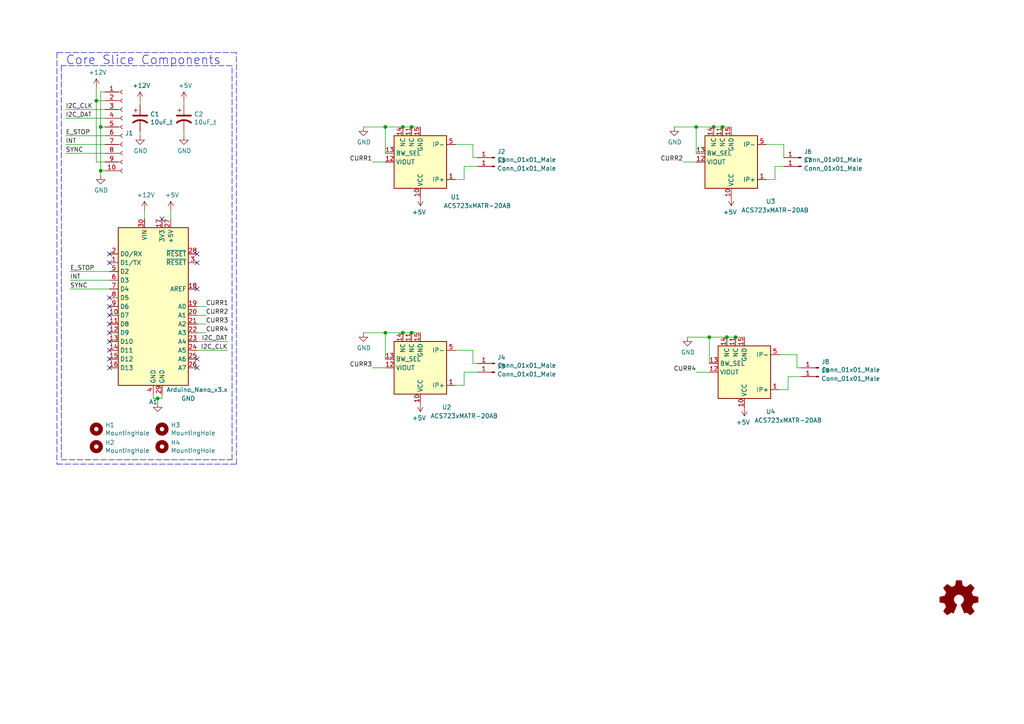
<source format=kicad_sch>
(kicad_sch (version 20231120) (generator "eeschema") (generator_version "8.0")
  (paper "A4")
  (lib_symbols
    (symbol "BREAD_Slice-rescue:10uF_t-OCI_UPL_2_Capacitors" (pin_numbers hide) (pin_names (offset 0.254) hide)
      (property "Reference" "C" (at 0.635 2.54 0))
      (property "Value" "10uF_t-OCI_UPL_2_Capacitors" (at 0.635 -2.54 0))
      (symbol "10uF_t-OCI_UPL_2_Capacitors_0_1"
        (polyline (pts (xy -2.032 0.762) (xy 2.032 0.762)) (stroke (width 0.508)))
        (polyline (pts (xy -1.778 2.286) (xy -0.762 2.286)))
        (polyline (pts (xy -1.27 1.778) (xy -1.27 2.794)))
        (arc (start 2.032 -1.27) (mid 0 -0.5572) (end -2.032 -1.27) (stroke (width 0.508)))
      )
      (symbol "10uF_t-OCI_UPL_2_Capacitors_1_1"
        (pin passive line (at 0 3.81 270) (length 2.794) (name "~") (number "1"))
        (pin passive line (at 0 -3.81 90) (length 3.302) (name "~") (number "2"))
      )
    )
    (symbol "Connector:Conn_01x01_Male" (pin_names (offset 1.016) hide)
      (property "Reference" "J" (at 0 2.54 0))
      (property "Value" "Conn_01x01_Male" (at 0 -2.54 0))
      (symbol "Conn_01x01_Male_1_1"
        (polyline (pts (xy 1.27 0) (xy 0.8636 0)) (stroke (width 0.1524)))
        (rectangle (start 0.8636 0.127) (end 0 -0.127) (stroke (width 0.1524)) (fill (type outline)))
        (pin passive line (at 5.08 0 180) (length 3.81) (name "Pin_1") (number "1"))
      )
    )
    (symbol "Connector:Conn_01x10_Female" (pin_names (offset 1.016) hide)
      (property "Reference" "J" (at 0 12.7 0))
      (property "Value" "Conn_01x10_Female" (at 0 -15.24 0))
      (symbol "Conn_01x10_Female_1_1"
        (arc (start 0 -12.192) (mid -0.5058 -12.7) (end 0 -13.208) (stroke (width 0.1524)))
        (arc (start 0 -9.652) (mid -0.5058 -10.16) (end 0 -10.668) (stroke (width 0.1524)))
        (arc (start 0 -7.112) (mid -0.5058 -7.62) (end 0 -8.128) (stroke (width 0.1524)))
        (arc (start 0 -4.572) (mid -0.5058 -5.08) (end 0 -5.588) (stroke (width 0.1524)))
        (arc (start 0 -2.032) (mid -0.5058 -2.54) (end 0 -3.048) (stroke (width 0.1524)))
        (polyline (pts (xy -1.27 -12.7) (xy -0.508 -12.7)) (stroke (width 0.1524)))
        (polyline (pts (xy -1.27 -10.16) (xy -0.508 -10.16)) (stroke (width 0.1524)))
        (polyline (pts (xy -1.27 -7.62) (xy -0.508 -7.62)) (stroke (width 0.1524)))
        (polyline (pts (xy -1.27 -5.08) (xy -0.508 -5.08)) (stroke (width 0.1524)))
        (polyline (pts (xy -1.27 -2.54) (xy -0.508 -2.54)) (stroke (width 0.1524)))
        (polyline (pts (xy -1.27 0) (xy -0.508 0)) (stroke (width 0.1524)))
        (polyline (pts (xy -1.27 2.54) (xy -0.508 2.54)) (stroke (width 0.1524)))
        (polyline (pts (xy -1.27 5.08) (xy -0.508 5.08)) (stroke (width 0.1524)))
        (polyline (pts (xy -1.27 7.62) (xy -0.508 7.62)) (stroke (width 0.1524)))
        (polyline (pts (xy -1.27 10.16) (xy -0.508 10.16)) (stroke (width 0.1524)))
        (arc (start 0 0.508) (mid -0.5058 0) (end 0 -0.508) (stroke (width 0.1524)))
        (arc (start 0 3.048) (mid -0.5058 2.54) (end 0 2.032) (stroke (width 0.1524)))
        (arc (start 0 5.588) (mid -0.5058 5.08) (end 0 4.572) (stroke (width 0.1524)))
        (arc (start 0 8.128) (mid -0.5058 7.62) (end 0 7.112) (stroke (width 0.1524)))
        (arc (start 0 10.668) (mid -0.5058 10.16) (end 0 9.652) (stroke (width 0.1524)))
        (pin passive line (at -5.08 10.16 0) (length 3.81) (name "Pin_1") (number "1"))
        (pin passive line (at -5.08 -12.7 0) (length 3.81) (name "Pin_10") (number "10"))
        (pin passive line (at -5.08 7.62 0) (length 3.81) (name "Pin_2") (number "2"))
        (pin passive line (at -5.08 5.08 0) (length 3.81) (name "Pin_3") (number "3"))
        (pin passive line (at -5.08 2.54 0) (length 3.81) (name "Pin_4") (number "4"))
        (pin passive line (at -5.08 0 0) (length 3.81) (name "Pin_5") (number "5"))
        (pin passive line (at -5.08 -2.54 0) (length 3.81) (name "Pin_6") (number "6"))
        (pin passive line (at -5.08 -5.08 0) (length 3.81) (name "Pin_7") (number "7"))
        (pin passive line (at -5.08 -7.62 0) (length 3.81) (name "Pin_8") (number "8"))
        (pin passive line (at -5.08 -10.16 0) (length 3.81) (name "Pin_9") (number "9"))
      )
    )
    (symbol "Graphic:Logo_Open_Hardware_Small" (pin_names (offset 1.016))
      (symbol "Logo_Open_Hardware_Small_0_1"
        (polyline (pts (xy 3.3528 -4.3434) (xy 3.302 -4.318) (xy 3.175 -4.2418) (xy 2.9972 -4.1148) (xy 2.7686 -3.9624) (xy 2.54 -3.81) (xy 2.3622 -3.7084) (xy 2.2352 -3.6068) (xy 2.1844 -3.5814) (xy 2.159 -3.6068) (xy 2.0574 -3.6576) (xy 1.905 -3.7338) (xy 1.8034 -3.7846) (xy 1.6764 -3.8354) (xy 1.6002 -3.8354) (xy 1.6002 -3.8354) (xy 1.5494 -3.7338) (xy 1.4732 -3.5306) (xy 1.3462 -3.302) (xy 1.2446 -3.0226) (xy 1.1176 -2.7178) (xy 0.9652 -2.413) (xy 0.8636 -2.1082) (xy 0.7366 -1.8288) (xy 0.6604 -1.6256) (xy 0.6096 -1.4732) (xy 0.5842 -1.397) (xy 0.5842 -1.397) (xy 0.6604 -1.3208) (xy 0.7874 -1.2446) (xy 1.0414 -1.016) (xy 1.2954 -0.6858) (xy 1.4478 -0.3302) (xy 1.524 0.0762) (xy 1.4732 0.4572) (xy 1.3208 0.8128) (xy 1.0668 1.143) (xy 0.762 1.3716) (xy 0.4064 1.524) (xy 0 1.5748) (xy -0.381 1.5494) (xy -0.7366 1.397) (xy -1.0668 1.143) (xy -1.2192 0.9906) (xy -1.397 0.6604) (xy -1.524 0.3048) (xy -1.524 0.2286) (xy -1.4986 -0.1778) (xy -1.397 -0.5334) (xy -1.1938 -0.8636) (xy -0.9144 -1.143) (xy -0.8636 -1.1684) (xy -0.7366 -1.27) (xy -0.635 -1.3462) (xy -0.5842 -1.397) (xy -1.0668 -2.5908) (xy -1.143 -2.794) (xy -1.2954 -3.1242) (xy -1.397 -3.4036) (xy -1.4986 -3.6322) (xy -1.5748 -3.7846) (xy -1.6002 -3.8354) (xy -1.6002 -3.8354) (xy -1.651 -3.8354) (xy -1.7272 -3.81) (xy -1.905 -3.7338) (xy -2.0066 -3.683) (xy -2.1336 -3.6068) (xy -2.2098 -3.5814) (xy -2.2606 -3.6068) (xy -2.3622 -3.683) (xy -2.54 -3.81) (xy -2.7686 -3.9624) (xy -2.9718 -4.0894) (xy -3.1496 -4.2164) (xy -3.302 -4.318) (xy -3.3528 -4.3434) (xy -3.3782 -4.3434) (xy -3.429 -4.318) (xy -3.5306 -4.2164) (xy -3.7084 -4.064) (xy -3.937 -3.8354) (xy -3.9624 -3.81) (xy -4.1656 -3.6068) (xy -4.318 -3.4544) (xy -4.4196 -3.3274) (xy -4.445 -3.2766) (xy -4.445 -3.2766) (xy -4.4196 -3.2258) (xy -4.318 -3.0734) (xy -4.2164 -2.8956) (xy -4.064 -2.667) (xy -3.6576 -2.0828) (xy -3.8862 -1.5494) (xy -3.937 -1.3716) (xy -4.0386 -1.1684) (xy -4.0894 -1.0414) (xy -4.1148 -0.9652) (xy -4.191 -0.9398) (xy -4.318 -0.9144) (xy -4.5466 -0.8636) (xy -4.8006 -0.8128) (xy -5.0546 -0.7874) (xy -5.2578 -0.7366) (xy -5.4356 -0.7112) (xy -5.5118 -0.6858) (xy -5.5118 -0.6858) (xy -5.5372 -0.635) (xy -5.5372 -0.5588) (xy -5.5372 -0.4318) (xy -5.5626 -0.2286) (xy -5.5626 0.0762) (xy -5.5626 0.127) (xy -5.5372 0.4064) (xy -5.5372 0.635) (xy -5.5372 0.762) (xy -5.5372 0.8382) (xy -5.5372 0.8382) (xy -5.461 0.8382) (xy -5.3086 0.889) (xy -5.08 0.9144) (xy -4.826 0.9652) (xy -4.8006 0.9906) (xy -4.5466 1.0414) (xy -4.318 1.0668) (xy -4.1656 1.1176) (xy -4.0894 1.143) (xy -4.0894 1.143) (xy -4.0386 1.2446) (xy -3.9624 1.4224) (xy -3.8608 1.6256) (xy -3.7846 1.8288) (xy -3.7084 2.0066) (xy -3.6576 2.159) (xy -3.6322 2.2098) (xy -3.6322 2.2098) (xy -3.683 2.286) (xy -3.7592 2.413) (xy -3.8862 2.5908) (xy -4.064 2.8194) (xy -4.064 2.8448) (xy -4.2164 3.0734) (xy -4.3434 3.2512) (xy -4.4196 3.3782) (xy -4.445 3.4544) (xy -4.445 3.4544) (xy -4.3942 3.5052) (xy -4.2926 3.6322) (xy -4.1148 3.81) (xy -3.937 4.0132) (xy -3.8608 4.064) (xy -3.6576 4.2926) (xy -3.5052 4.4196) (xy -3.4036 4.4958) (xy -3.3528 4.5212) (xy -3.3528 4.5212) (xy -3.302 4.4704) (xy -3.1496 4.3688) (xy -2.9718 4.2418) (xy -2.7432 4.0894) (xy -2.7178 4.0894) (xy -2.4892 3.937) (xy -2.3114 3.81) (xy -2.1844 3.7084) (xy -2.1336 3.683) (xy -2.1082 3.683) (xy -2.032 3.7084) (xy -1.8542 3.7592) (xy -1.6764 3.8354) (xy -1.4732 3.937) (xy -1.27 4.0132) (xy -1.143 4.064) (xy -1.0668 4.1148) (xy -1.0668 4.1148) (xy -1.0414 4.191) (xy -1.016 4.3434) (xy -0.9652 4.572) (xy -0.9144 4.8514) (xy -0.889 4.9022) (xy -0.8382 5.1562) (xy -0.8128 5.3848) (xy -0.7874 5.5372) (xy -0.762 5.588) (xy -0.7112 5.6134) (xy -0.5842 5.6134) (xy -0.4064 5.6134) (xy -0.1524 5.6134) (xy 0.0762 5.6134) (xy 0.3302 5.6134) (xy 0.5334 5.6134) (xy 0.6858 5.588) (xy 0.7366 5.588) (xy 0.7366 5.588) (xy 0.762 5.5118) (xy 0.8128 5.334) (xy 0.8382 5.1054) (xy 0.9144 4.826) (xy 0.9144 4.7752) (xy 0.9652 4.5212) (xy 1.016 4.2926) (xy 1.0414 4.1402) (xy 1.0668 4.0894) (xy 1.0668 4.0894) (xy 1.1938 4.0386) (xy 1.3716 3.9624) (xy 1.5748 3.8608) (xy 2.0828 3.6576) (xy 2.7178 4.0894) (xy 2.7686 4.1402) (xy 2.9972 4.2926) (xy 3.175 4.4196) (xy 3.302 4.4958) (xy 3.3782 4.5212) (xy 3.3782 4.5212) (xy 3.429 4.4704) (xy 3.556 4.3434) (xy 3.7338 4.191) (xy 3.9116 3.9878) (xy 4.064 3.8354) (xy 4.2418 3.6576) (xy 4.3434 3.556) (xy 4.4196 3.4798) (xy 4.4196 3.429) (xy 4.4196 3.4036) (xy 4.3942 3.3274) (xy 4.2926 3.2004) (xy 4.1656 2.9972) (xy 4.0132 2.794) (xy 3.8862 2.5908) (xy 3.7592 2.3876) (xy 3.6576 2.2352) (xy 3.6322 2.159) (xy 3.6322 2.1336) (xy 3.683 2.0066) (xy 3.7592 1.8288) (xy 3.8608 1.6002) (xy 4.064 1.1176) (xy 4.3942 1.0414) (xy 4.5974 1.016) (xy 4.8768 0.9652) (xy 5.1308 0.9144) (xy 5.5372 0.8382) (xy 5.5626 -0.6604) (xy 5.4864 -0.6858) (xy 5.4356 -0.6858) (xy 5.2832 -0.7366) (xy 5.0546 -0.762) (xy 4.8006 -0.8128) (xy 4.5974 -0.8636) (xy 4.3688 -0.9144) (xy 4.2164 -0.9398) (xy 4.1402 -0.9398) (xy 4.1148 -0.9652) (xy 4.064 -1.0668) (xy 3.9878 -1.2446) (xy 3.9116 -1.4478) (xy 3.81 -1.651) (xy 3.7338 -1.8542) (xy 3.683 -2.0066) (xy 3.6576 -2.0828) (xy 3.683 -2.1336) (xy 3.7846 -2.2606) (xy 3.8862 -2.4638) (xy 4.0386 -2.667) (xy 4.191 -2.8956) (xy 4.318 -3.0734) (xy 4.3942 -3.2004) (xy 4.445 -3.2766) (xy 4.4196 -3.3274) (xy 4.3434 -3.429) (xy 4.1656 -3.5814) (xy 3.937 -3.8354) (xy 3.8862 -3.8608) (xy 3.683 -4.064) (xy 3.5306 -4.2164) (xy 3.4036 -4.318) (xy 3.3528 -4.3434)) (fill (type outline)))
      )
    )
    (symbol "MCU_Module:Arduino_Nano_v3.x"
      (property "Reference" "A" (at -10.16 23.495 0))
      (property "Value" "Arduino_Nano_v3.x" (at 5.08 -24.13 0))
      (symbol "Arduino_Nano_v3.x_0_1"
        (rectangle (start -10.16 22.86) (end 10.16 -22.86) (stroke (width 0.254)) (fill (type background)))
      )
      (symbol "Arduino_Nano_v3.x_1_1"
        (pin bidirectional line (at -12.7 12.7 0) (length 2.54) (name "D1/TX") (number "1"))
        (pin bidirectional line (at -12.7 -2.54 0) (length 2.54) (name "D7") (number "10"))
        (pin bidirectional line (at -12.7 -5.08 0) (length 2.54) (name "D8") (number "11"))
        (pin bidirectional line (at -12.7 -7.62 0) (length 2.54) (name "D9") (number "12"))
        (pin bidirectional line (at -12.7 -10.16 0) (length 2.54) (name "D10") (number "13"))
        (pin bidirectional line (at -12.7 -12.7 0) (length 2.54) (name "D11") (number "14"))
        (pin bidirectional line (at -12.7 -15.24 0) (length 2.54) (name "D12") (number "15"))
        (pin bidirectional line (at -12.7 -17.78 0) (length 2.54) (name "D13") (number "16"))
        (pin power_out line (at 2.54 25.4 270) (length 2.54) (name "3V3") (number "17"))
        (pin input line (at 12.7 5.08 180) (length 2.54) (name "AREF") (number "18"))
        (pin bidirectional line (at 12.7 0 180) (length 2.54) (name "A0") (number "19"))
        (pin bidirectional line (at -12.7 15.24 0) (length 2.54) (name "D0/RX") (number "2"))
        (pin bidirectional line (at 12.7 -2.54 180) (length 2.54) (name "A1") (number "20"))
        (pin bidirectional line (at 12.7 -5.08 180) (length 2.54) (name "A2") (number "21"))
        (pin bidirectional line (at 12.7 -7.62 180) (length 2.54) (name "A3") (number "22"))
        (pin bidirectional line (at 12.7 -10.16 180) (length 2.54) (name "A4") (number "23"))
        (pin bidirectional line (at 12.7 -12.7 180) (length 2.54) (name "A5") (number "24"))
        (pin bidirectional line (at 12.7 -15.24 180) (length 2.54) (name "A6") (number "25"))
        (pin bidirectional line (at 12.7 -17.78 180) (length 2.54) (name "A7") (number "26"))
        (pin power_out line (at 5.08 25.4 270) (length 2.54) (name "+5V") (number "27"))
        (pin input line (at 12.7 15.24 180) (length 2.54) (name "~{RESET}") (number "28"))
        (pin power_in line (at 2.54 -25.4 90) (length 2.54) (name "GND") (number "29"))
        (pin input line (at 12.7 12.7 180) (length 2.54) (name "~{RESET}") (number "3"))
        (pin power_in line (at -2.54 25.4 270) (length 2.54) (name "VIN") (number "30"))
        (pin power_in line (at 0 -25.4 90) (length 2.54) (name "GND") (number "4"))
        (pin bidirectional line (at -12.7 10.16 0) (length 2.54) (name "D2") (number "5"))
        (pin bidirectional line (at -12.7 7.62 0) (length 2.54) (name "D3") (number "6"))
        (pin bidirectional line (at -12.7 5.08 0) (length 2.54) (name "D4") (number "7"))
        (pin bidirectional line (at -12.7 2.54 0) (length 2.54) (name "D5") (number "8"))
        (pin bidirectional line (at -12.7 0 0) (length 2.54) (name "D6") (number "9"))
      )
    )
    (symbol "Mechanical:MountingHole" (pin_names (offset 1.016))
      (property "Reference" "H" (at 0 5.08 0))
      (property "Value" "MountingHole" (at 0 3.175 0))
      (symbol "MountingHole_0_1"
        (circle (center 0 0) (radius 1.27) (stroke (width 1.27)))
      )
    )
    (symbol "Sensor_Current:ACS723xMATR-20AB"
      (property "Reference" "U" (at 8.89 6.35 0))
      (property "Value" "ACS723xMATR-20AB" (at 8.89 3.81 0))
      (symbol "ACS723xMATR-20AB_0_1"
        (rectangle (start -7.62 7.62) (end 7.62 -7.62) (stroke (width 0.254)) (fill (type background)))
      )
      (symbol "ACS723xMATR-20AB_1_1"
        (pin passive line (at -10.16 5.08 0) (length 2.54) (name "IP+") (number "1"))
        (pin power_in line (at 0 10.16 270) (length 2.54) (name "VCC") (number "10"))
        (pin passive line (at 2.54 -10.16 90) (length 2.54) (name "NC") (number "11"))
        (pin output line (at 10.16 0 180) (length 2.54) (name "VIOUT") (number "12"))
        (pin input line (at 10.16 -2.54 180) (length 2.54) (name "BW_SEL") (number "13"))
        (pin passive line (at 5.08 -10.16 90) (length 2.54) (name "NC") (number "14"))
        (pin power_in line (at 0 -10.16 90) (length 2.54) (name "GND") (number "15"))
        (pin no_connect line (at 7.62 2.54 180) (length 2.54) hide (name "NC") (number "16"))
        (pin passive line (at -10.16 5.08 0) (length 2.54) hide (name "IP+") (number "2"))
        (pin passive line (at -10.16 5.08 0) (length 2.54) hide (name "IP+") (number "3"))
        (pin passive line (at -10.16 5.08 0) (length 2.54) hide (name "IP+") (number "4"))
        (pin passive line (at -10.16 -5.08 0) (length 2.54) (name "IP-") (number "5"))
        (pin passive line (at -10.16 -5.08 0) (length 2.54) hide (name "IP-") (number "6"))
        (pin passive line (at -10.16 -5.08 0) (length 2.54) hide (name "IP-") (number "7"))
        (pin passive line (at -10.16 -5.08 0) (length 2.54) hide (name "IP-") (number "8"))
        (pin no_connect line (at 7.62 5.08 180) (length 2.54) hide (name "NC") (number "9"))
      )
    )
    (symbol "power:+12V" (power) (pin_names (offset 0))
      (property "Value" "+12V" (at 0 3.556 0))
      (symbol "+12V_0_1"
        (polyline (pts (xy -0.762 1.27) (xy 0 2.54)))
        (polyline (pts (xy 0 0) (xy 0 2.54)))
        (polyline (pts (xy 0 2.54) (xy 0.762 1.27)))
      )
      (symbol "+12V_1_1"
        (pin power_in line (at 0 0 90) (length 0) hide (name "+12V") (number "1"))
      )
    )
    (symbol "power:+5V" (power) (pin_names (offset 0))
      (property "Value" "+5V" (at 0 3.556 0))
      (symbol "+5V_0_1"
        (polyline (pts (xy -0.762 1.27) (xy 0 2.54)))
        (polyline (pts (xy 0 0) (xy 0 2.54)))
        (polyline (pts (xy 0 2.54) (xy 0.762 1.27)))
      )
      (symbol "+5V_1_1"
        (pin power_in line (at 0 0 90) (length 0) hide (name "+5V") (number "1"))
      )
    )
    (symbol "power:GND" (power) (pin_names (offset 0))
      (property "Value" "GND" (at 0 -3.81 0))
      (symbol "GND_0_1"
        (polyline (pts (xy 0 0) (xy 0 -1.27) (xy 1.27 -1.27) (xy 0 -2.54) (xy -1.27 -1.27) (xy 0 -1.27)))
      )
      (symbol "GND_1_1"
        (pin power_in line (at 0 0 270) (length 0) hide (name "GND") (number "1"))
      )
    )
  )
  (junction (at 209.55 36.83))
  (junction (at 205.74 97.79))
  (junction (at 111.76 96.52))
  (junction (at 29.21 49.53))
  (junction (at 119.38 36.83))
  (junction (at 119.38 96.52))
  (junction (at 201.93 36.83))
  (junction (at 116.84 96.52))
  (junction (at 207.01 36.83))
  (junction (at 45.72 115.57))
  (junction (at 210.82 97.79))
  (junction (at 111.76 36.83))
  (junction (at 27.94 29.21))
  (junction (at 29.21 36.83))
  (junction (at 213.36 97.79))
  (junction (at 116.84 36.83))
  (no_connect (at 31.75 76.2))
  (no_connect (at 31.75 88.9))
  (no_connect (at 46.99 63.5))
  (no_connect (at 57.15 106.68))
  (no_connect (at 31.75 73.66))
  (no_connect (at 57.15 104.14))
  (no_connect (at 31.75 91.44))
  (no_connect (at 31.75 96.52))
  (no_connect (at 57.15 83.82))
  (no_connect (at 31.75 104.14))
  (no_connect (at 31.75 106.68))
  (no_connect (at 57.15 76.2))
  (no_connect (at 57.15 73.66))
  (no_connect (at 31.75 101.6))
  (no_connect (at 31.75 99.06))
  (no_connect (at 31.75 86.36))
  (no_connect (at 31.75 93.98))
  (wire (pts (xy 209.55 36.83) (xy 212.09 36.83)))
  (wire (pts (xy 111.76 106.68) (xy 107.95 106.68)))
  (wire (pts (xy 134.62 111.76) (xy 132.08 111.76)))
  (wire (pts (xy 57.15 101.6) (xy 66.04 101.6)))
  (wire (pts (xy 20.32 81.28) (xy 31.75 81.28)))
  (wire (pts (xy 53.34 39.37) (xy 53.34 38.1)))
  (wire (pts (xy 224.79 48.26) (xy 224.79 52.07)))
  (wire (pts (xy 138.43 105.41) (xy 137.16 105.41)))
  (wire (pts (xy 137.16 45.72) (xy 137.16 41.91)))
  (wire (pts (xy 201.93 36.83) (xy 207.01 36.83)))
  (wire (pts (xy 224.79 52.07) (xy 222.25 52.07)))
  (wire (pts (xy 29.21 36.83) (xy 29.21 26.67)))
  (wire (pts (xy 30.48 49.53) (xy 29.21 49.53)))
  (wire (pts (xy 44.45 115.57) (xy 45.72 115.57)))
  (wire (pts (xy 227.33 45.72) (xy 227.33 41.91)))
  (wire (pts (xy 27.94 25.4) (xy 27.94 29.21)))
  (wire (pts (xy 213.36 97.79) (xy 215.9 97.79)))
  (wire (pts (xy 119.38 36.83) (xy 116.84 36.83)))
  (wire (pts (xy 137.16 105.41) (xy 137.16 101.6)))
  (wire (pts (xy 201.93 36.83) (xy 195.58 36.83)))
  (wire (pts (xy 45.72 115.57) (xy 46.99 115.57)))
  (wire (pts (xy 45.72 115.57) (xy 45.72 116.84)))
  (wire (pts (xy 57.15 91.44) (xy 59.69 91.44)))
  (wire (pts (xy 232.41 109.22) (xy 228.6 109.22)))
  (wire (pts (xy 27.94 29.21) (xy 30.48 29.21)))
  (wire (pts (xy 119.38 36.83) (xy 121.92 36.83)))
  (wire (pts (xy 30.48 36.83) (xy 29.21 36.83)))
  (wire (pts (xy 205.74 97.79) (xy 210.82 97.79)))
  (wire (pts (xy 30.48 31.75) (xy 19.05 31.75)))
  (wire (pts (xy 20.32 83.82) (xy 31.75 83.82)))
  (wire (pts (xy 210.82 97.79) (xy 213.36 97.79)))
  (wire (pts (xy 57.15 88.9) (xy 59.69 88.9)))
  (wire (pts (xy 27.94 46.99) (xy 27.94 29.21)))
  (wire (pts (xy 231.14 106.68) (xy 231.14 102.87)))
  (wire (pts (xy 134.62 48.26) (xy 134.62 52.07)))
  (wire (pts (xy 40.64 39.37) (xy 40.64 38.1)))
  (wire (pts (xy 29.21 26.67) (xy 30.48 26.67)))
  (wire (pts (xy 40.64 30.48) (xy 40.64 29.21)))
  (polyline (pts (xy 17.78 19.05) (xy 17.78 133.35)) (stroke (width 0) (type dash)))
  (wire (pts (xy 111.76 36.83) (xy 116.84 36.83)))
  (wire (pts (xy 66.04 99.06) (xy 57.15 99.06)))
  (polyline (pts (xy 68.58 134.62) (xy 68.58 15.24)) (stroke (width 0) (type dash)))
  (polyline (pts (xy 16.51 15.24) (xy 16.51 134.62)) (stroke (width 0) (type dash)))
  (wire (pts (xy 30.48 46.99) (xy 27.94 46.99)))
  (wire (pts (xy 138.43 45.72) (xy 137.16 45.72)))
  (wire (pts (xy 111.76 46.99) (xy 107.95 46.99)))
  (wire (pts (xy 201.93 46.99) (xy 198.12 46.99)))
  (wire (pts (xy 111.76 36.83) (xy 105.41 36.83)))
  (wire (pts (xy 231.14 102.87) (xy 226.06 102.87)))
  (wire (pts (xy 205.74 107.95) (xy 201.93 107.95)))
  (wire (pts (xy 228.6 113.03) (xy 226.06 113.03)))
  (wire (pts (xy 224.79 48.26) (xy 227.33 48.26)))
  (wire (pts (xy 137.16 101.6) (xy 132.08 101.6)))
  (wire (pts (xy 111.76 104.14) (xy 111.76 96.52)))
  (wire (pts (xy 111.76 44.45) (xy 111.76 36.83)))
  (wire (pts (xy 205.74 97.79) (xy 199.39 97.79)))
  (polyline (pts (xy 67.31 19.05) (xy 17.78 19.05)) (stroke (width 0) (type dash)))
  (wire (pts (xy 209.55 36.83) (xy 207.01 36.83)))
  (wire (pts (xy 232.41 106.68) (xy 231.14 106.68)))
  (wire (pts (xy 205.74 105.41) (xy 205.74 97.79)))
  (wire (pts (xy 57.15 96.52) (xy 59.69 96.52)))
  (polyline (pts (xy 67.31 133.35) (xy 67.31 19.05)) (stroke (width 0) (type dash)))
  (wire (pts (xy 53.34 30.48) (xy 53.34 29.21)))
  (wire (pts (xy 138.43 107.95) (xy 134.62 107.95)))
  (wire (pts (xy 19.05 44.45) (xy 30.48 44.45)))
  (wire (pts (xy 134.62 52.07) (xy 132.08 52.07)))
  (polyline (pts (xy 17.78 133.35) (xy 67.31 133.35)) (stroke (width 0) (type dash)))
  (wire (pts (xy 29.21 49.53) (xy 29.21 36.83)))
  (wire (pts (xy 57.15 93.98) (xy 59.69 93.98)))
  (wire (pts (xy 29.21 50.8) (xy 29.21 49.53)))
  (wire (pts (xy 49.53 60.96) (xy 49.53 63.5)))
  (wire (pts (xy 116.84 96.52) (xy 119.38 96.52)))
  (wire (pts (xy 41.91 60.96) (xy 41.91 63.5)))
  (wire (pts (xy 227.33 41.91) (xy 222.25 41.91)))
  (wire (pts (xy 111.76 96.52) (xy 116.84 96.52)))
  (wire (pts (xy 44.45 114.3) (xy 44.45 115.57)))
  (wire (pts (xy 111.76 96.52) (xy 105.41 96.52)))
  (polyline (pts (xy 16.51 134.62) (xy 68.58 134.62)) (stroke (width 0) (type dash)))
  (wire (pts (xy 19.05 41.91) (xy 30.48 41.91)))
  (wire (pts (xy 46.99 115.57) (xy 46.99 114.3)))
  (wire (pts (xy 137.16 41.91) (xy 132.08 41.91)))
  (polyline (pts (xy 68.58 15.24) (xy 16.51 15.24)) (stroke (width 0) (type dash)))
  (wire (pts (xy 19.05 34.29) (xy 30.48 34.29)))
  (wire (pts (xy 201.93 44.45) (xy 201.93 36.83)))
  (wire (pts (xy 30.48 39.37) (xy 19.05 39.37)))
  (wire (pts (xy 119.38 96.52) (xy 121.92 96.52)))
  (wire (pts (xy 138.43 48.26) (xy 134.62 48.26)))
  (wire (pts (xy 134.62 107.95) (xy 134.62 111.76)))
  (wire (pts (xy 228.6 109.22) (xy 228.6 113.03)))
  (wire (pts (xy 31.75 78.74) (xy 20.32 78.74)))
  (text "Core Slice Components" (at 19.05 19.05 0) (effects (font (size 2.54 2.54)) (justify left bottom)))
  (label "CURR1" (at 59.69 88.9 0))
  (label "I2C_DAT" (at 19.05 34.29 0))
  (label "E_STOP" (at 20.32 78.74 0))
  (label "INT" (at 19.05 41.91 0))
  (label "CURR3" (at 107.95 106.68 180))
  (label "SYNC" (at 20.32 83.82 0))
  (label "CURR3" (at 59.69 93.98 0))
  (label "I2C_CLK" (at 19.05 31.75 0))
  (label "SYNC" (at 19.05 44.45 0))
  (label "I2C_DAT" (at 66.04 99.06 180))
  (label "E_STOP" (at 19.05 39.37 0))
  (label "CURR2" (at 198.12 46.99 180))
  (label "CURR4" (at 201.93 107.95 180))
  (label "CURR4" (at 59.69 96.52 0))
  (label "CURR2" (at 59.69 91.44 0))
  (label "CURR1" (at 107.95 46.99 180))
  (label "INT" (at 20.32 81.28 0))
  (label "I2C_CLK" (at 66.04 101.6 180))
  (symbol (lib_id "power:GND") (at 45.72 116.84 0) (unit 1)
    (property "Reference" "#PWR06" (effects (hide yes)))
    (property "Value" "GND" (at 54.61 115.57 0))
  )
  (symbol (lib_id "power:+5V") (at 49.53 60.96 0) (unit 1)
    (property "Reference" "#PWR07" (effects (hide yes)))
    (property "Value" "+5V" (at 49.911 56.5658 0))
  )
  (symbol (lib_id "power:+12V") (at 41.91 60.96 0) (unit 1)
    (property "Reference" "#PWR05" (effects (hide yes)))
    (property "Value" "+12V" (at 42.291 56.5658 0))
  )
  (symbol (lib_id "BREAD_Slice-rescue:10uF_t-OCI_UPL_2_Capacitors") (at 40.64 34.29 0) (unit 1)
    (property "Reference" "C1" (at 43.561 33.1216 0) (effects (justify left)))
    (property "Value" "10uF_t" (at 43.561 35.433 0) (effects (justify left)))
    (property "Footprint" "OCI_UPL_FOOTPRINTS:C_2312" (effects (hide yes)))
    (property "Datasheet" "https://www.digikey.com/short/qcd8n7" (effects (hide yes)))
    (property "Part #" "T491C106K025AT" (effects (hide yes)))
    (property "UPL #" "2.021" (effects (hide yes)))
  )
  (symbol (lib_id "power:GND") (at 40.64 39.37 0) (unit 1)
    (property "Reference" "#PWR04" (effects (hide yes)))
    (property "Value" "GND" (at 40.767 43.7642 0))
  )
  (symbol (lib_id "Mechanical:MountingHole") (at 27.94 124.46 0) (unit 1)
    (property "Reference" "H1" (at 30.48 123.2916 0) (effects (justify left)))
    (property "Value" "MountingHole" (at 30.48 125.603 0) (effects (justify left)))
    (property "Footprint" "MountingHole:MountingHole_3.2mm_M3_DIN965_Pad" (effects (hide yes)))
  )
  (symbol (lib_id "Mechanical:MountingHole") (at 46.99 124.46 0) (unit 1)
    (property "Reference" "H3" (at 49.53 123.2916 0) (effects (justify left)))
    (property "Value" "MountingHole" (at 49.53 125.603 0) (effects (justify left)))
    (property "Footprint" "MountingHole:MountingHole_3.2mm_M3_DIN965_Pad" (effects (hide yes)))
  )
  (symbol (lib_id "Mechanical:MountingHole") (at 27.94 129.54 0) (unit 1)
    (property "Reference" "H2" (at 30.48 128.3716 0) (effects (justify left)))
    (property "Value" "MountingHole" (at 30.48 130.683 0) (effects (justify left)))
    (property "Footprint" "MountingHole:MountingHole_3.2mm_M3_DIN965_Pad" (effects (hide yes)))
  )
  (symbol (lib_id "Mechanical:MountingHole") (at 46.99 129.54 0) (unit 1)
    (property "Reference" "H4" (at 49.53 128.3716 0) (effects (justify left)))
    (property "Value" "MountingHole" (at 49.53 130.683 0) (effects (justify left)))
    (property "Footprint" "MountingHole:MountingHole_3.2mm_M3_DIN965_Pad" (effects (hide yes)))
  )
  (symbol (lib_id "MCU_Module:Arduino_Nano_v3.x") (at 44.45 88.9 0) (unit 1)
    (property "Reference" "A1" (at 44.45 116.5606 0))
    (property "Value" "Arduino_Nano_v3.x" (at 57.15 113.03 0))
    (property "Footprint" "Module:Arduino_Nano" (effects (hide yes)))
    (property "Datasheet" "http://www.mouser.com/pdfdocs/Gravitech_Arduino_Nano3_0.pdf" (effects (hide yes)))
  )
  (symbol (lib_id "Graphic:Logo_Open_Hardware_Small") (at 278.13 173.99 0) (unit 1)
    (property "Reference" "Logo1" (effects (hide yes)))
    (property "Value" "Logo_Open_Hardware_Small" (effects (hide yes)))
    (property "Footprint" "Symbol:OSHW-Symbol_6.7x6mm_SilkScreen" (effects (hide yes)))
  )
  (symbol (lib_id "Connector:Conn_01x10_Female") (at 35.56 36.83 0) (unit 1)
    (property "Reference" "J1" (at 36.2712 38.608 0) (effects (justify left)))
    (property "Value" "Conn_01x10_Female" (effects (hide yes)))
    (property "Footprint" "Connector_PinSocket_2.54mm:PinSocket_1x10_P2.54mm_Horizontal" (effects (hide yes)))
  )
  (symbol (lib_id "power:+12V") (at 27.94 25.4 0) (unit 1)
    (property "Reference" "#PWR01" (effects (hide yes)))
    (property "Value" "+12V" (at 28.321 21.0058 0))
  )
  (symbol (lib_id "power:GND") (at 29.21 50.8 0) (unit 1)
    (property "Reference" "#PWR02" (effects (hide yes)))
    (property "Value" "GND" (at 29.337 55.1942 0))
  )
  (symbol (lib_id "power:+12V") (at 40.64 29.21 0) (unit 1)
    (property "Reference" "#PWR03" (effects (hide yes)))
    (property "Value" "+12V" (at 41.021 24.8158 0))
  )
  (symbol (lib_id "BREAD_Slice-rescue:10uF_t-OCI_UPL_2_Capacitors") (at 53.34 34.29 0) (unit 1)
    (property "Reference" "C2" (at 56.261 33.1216 0) (effects (justify left)))
    (property "Value" "10uF_t" (at 56.261 35.433 0) (effects (justify left)))
    (property "Footprint" "OCI_UPL_FOOTPRINTS:C_2312" (effects (hide yes)))
    (property "Datasheet" "https://www.digikey.com/short/qcd8n7" (effects (hide yes)))
    (property "Part #" "T491C106K025AT" (effects (hide yes)))
    (property "UPL #" "2.021" (effects (hide yes)))
  )
  (symbol (lib_id "power:GND") (at 53.34 39.37 0) (unit 1)
    (property "Reference" "#PWR09" (effects (hide yes)))
    (property "Value" "GND" (at 53.467 43.7642 0))
  )
  (symbol (lib_id "power:+5V") (at 53.34 29.21 0) (unit 1)
    (property "Reference" "#PWR08" (effects (hide yes)))
    (property "Value" "+5V" (at 53.721 24.8158 0))
  )
  (symbol (lib_id "power:GND") (at 105.41 36.83 0) (unit 1)
    (property "Reference" "#PWR010" (effects (hide yes)))
    (property "Value" "GND" (at 105.537 41.2242 0))
  )
  (symbol (lib_id "power:+5V") (at 121.92 57.15 180) (unit 1)
    (property "Reference" "#PWR012" (effects (hide yes)))
    (property "Value" "+5V" (at 121.539 61.5442 0))
  )
  (symbol (lib_id "power:GND") (at 195.58 36.83 0) (unit 1)
    (property "Reference" "#PWR014" (effects (hide yes)))
    (property "Value" "GND" (at 195.707 41.2242 0))
  )
  (symbol (lib_id "power:+5V") (at 212.09 57.15 180) (unit 1)
    (property "Reference" "#PWR016" (effects (hide yes)))
    (property "Value" "+5V" (at 211.709 61.5442 0))
  )
  (symbol (lib_id "power:GND") (at 105.41 96.52 0) (unit 1)
    (property "Reference" "#PWR011" (effects (hide yes)))
    (property "Value" "GND" (at 105.537 100.9142 0))
  )
  (symbol (lib_id "power:+5V") (at 121.92 116.84 180) (unit 1)
    (property "Reference" "#PWR013" (effects (hide yes)))
    (property "Value" "+5V" (at 121.539 121.2342 0))
  )
  (symbol (lib_id "power:GND") (at 199.39 97.79 0) (unit 1)
    (property "Reference" "#PWR015" (effects (hide yes)))
    (property "Value" "GND" (at 199.517 102.1842 0))
  )
  (symbol (lib_id "power:+5V") (at 215.9 118.11 180) (unit 1)
    (property "Reference" "#PWR017" (effects (hide yes)))
    (property "Value" "+5V" (at 215.519 122.5042 0))
  )
  (symbol (lib_id "Sensor_Current:ACS723xMATR-20AB") (at 121.92 46.99 180) (unit 1)
    (property "Reference" "U1" (at 132.08 57.15 0))
    (property "Value" "ACS723xMATR-20AB" (at 138.43 59.69 0))
    (property "Footprint" "Package_SO:SOIC-16W_7.5x10.3mm_P1.27mm" (effects (hide yes)))
    (property "Datasheet" "http://www.allegromicro.com/~/media/Files/Datasheets/ACS723KMA-Datasheet.ashx?la=en" (effects (hide yes)))
  )
  (symbol (lib_id "Sensor_Current:ACS723xMATR-20AB") (at 212.09 46.99 180) (unit 1)
    (property "Reference" "U3" (at 223.52 58.42 0))
    (property "Value" "ACS723xMATR-20AB" (at 224.79 60.96 0))
    (property "Footprint" "Package_SO:SOIC-16W_7.5x10.3mm_P1.27mm" (effects (hide yes)))
    (property "Datasheet" "http://www.allegromicro.com/~/media/Files/Datasheets/ACS723KMA-Datasheet.ashx?la=en" (effects (hide yes)))
  )
  (symbol (lib_id "Sensor_Current:ACS723xMATR-20AB") (at 121.92 106.68 180) (unit 1)
    (property "Reference" "U2" (at 129.54 118.11 0))
    (property "Value" "ACS723xMATR-20AB" (at 134.62 120.65 0))
    (property "Footprint" "Package_SO:SOIC-16W_7.5x10.3mm_P1.27mm" (effects (hide yes)))
    (property "Datasheet" "http://www.allegromicro.com/~/media/Files/Datasheets/ACS723KMA-Datasheet.ashx?la=en" (effects (hide yes)))
  )
  (symbol (lib_id "Sensor_Current:ACS723xMATR-20AB") (at 215.9 107.95 180) (unit 1)
    (property "Reference" "U4" (at 223.52 119.38 0))
    (property "Value" "ACS723xMATR-20AB" (at 228.6 121.92 0))
    (property "Footprint" "Package_SO:SOIC-16W_7.5x10.3mm_P1.27mm" (effects (hide yes)))
    (property "Datasheet" "http://www.allegromicro.com/~/media/Files/Datasheets/ACS723KMA-Datasheet.ashx?la=en" (effects (hide yes)))
  )
  (symbol (lib_id "Connector:Conn_01x01_Male") (at 143.51 45.72 180) (unit 1)
    (property "Reference" "J2" (at 144.2212 43.9928 0) (effects (justify right)))
    (property "Value" "Conn_01x01_Male" (at 144.2212 46.3042 0) (effects (justify right)))
    (property "Footprint" "Custom:Blade_Connector" (effects (hide yes)))
  )
  (symbol (lib_id "Connector:Conn_01x01_Male") (at 143.51 48.26 180) (unit 1)
    (property "Reference" "J3" (at 144.2212 46.5328 0) (effects (justify right)))
    (property "Value" "Conn_01x01_Male" (at 144.2212 48.8442 0) (effects (justify right)))
    (property "Footprint" "Custom:Blade_Connector" (effects (hide yes)))
  )
  (symbol (lib_id "Connector:Conn_01x01_Male") (at 232.41 45.72 180) (unit 1)
    (property "Reference" "J6" (at 233.1212 43.9928 0) (effects (justify right)))
    (property "Value" "Conn_01x01_Male" (at 233.1212 46.3042 0) (effects (justify right)))
    (property "Footprint" "Custom:Blade_Connector" (effects (hide yes)))
  )
  (symbol (lib_id "Connector:Conn_01x01_Male") (at 232.41 48.26 180) (unit 1)
    (property "Reference" "J7" (at 233.1212 46.5328 0) (effects (justify right)))
    (property "Value" "Conn_01x01_Male" (at 233.1212 48.8442 0) (effects (justify right)))
    (property "Footprint" "Custom:Blade_Connector" (effects (hide yes)))
  )
  (symbol (lib_id "Connector:Conn_01x01_Male") (at 143.51 105.41 180) (unit 1)
    (property "Reference" "J4" (at 144.2212 103.6828 0) (effects (justify right)))
    (property "Value" "Conn_01x01_Male" (at 144.2212 105.9942 0) (effects (justify right)))
    (property "Footprint" "Custom:Blade_Connector" (effects (hide yes)))
  )
  (symbol (lib_id "Connector:Conn_01x01_Male") (at 143.51 107.95 180) (unit 1)
    (property "Reference" "J5" (at 144.2212 106.2228 0) (effects (justify right)))
    (property "Value" "Conn_01x01_Male" (at 144.2212 108.5342 0) (effects (justify right)))
    (property "Footprint" "Custom:Blade_Connector" (effects (hide yes)))
  )
  (symbol (lib_id "Connector:Conn_01x01_Male") (at 237.49 106.68 180) (unit 1)
    (property "Reference" "J8" (at 238.2012 104.9528 0) (effects (justify right)))
    (property "Value" "Conn_01x01_Male" (at 238.2012 107.2642 0) (effects (justify right)))
    (property "Footprint" "Custom:Blade_Connector" (effects (hide yes)))
  )
  (symbol (lib_id "Connector:Conn_01x01_Male") (at 237.49 109.22 180) (unit 1)
    (property "Reference" "J9" (at 238.2012 107.4928 0) (effects (justify right)))
    (property "Value" "Conn_01x01_Male" (at 238.2012 109.8042 0) (effects (justify right)))
    (property "Footprint" "Custom:Blade_Connector" (effects (hide yes)))
  )
)
</source>
